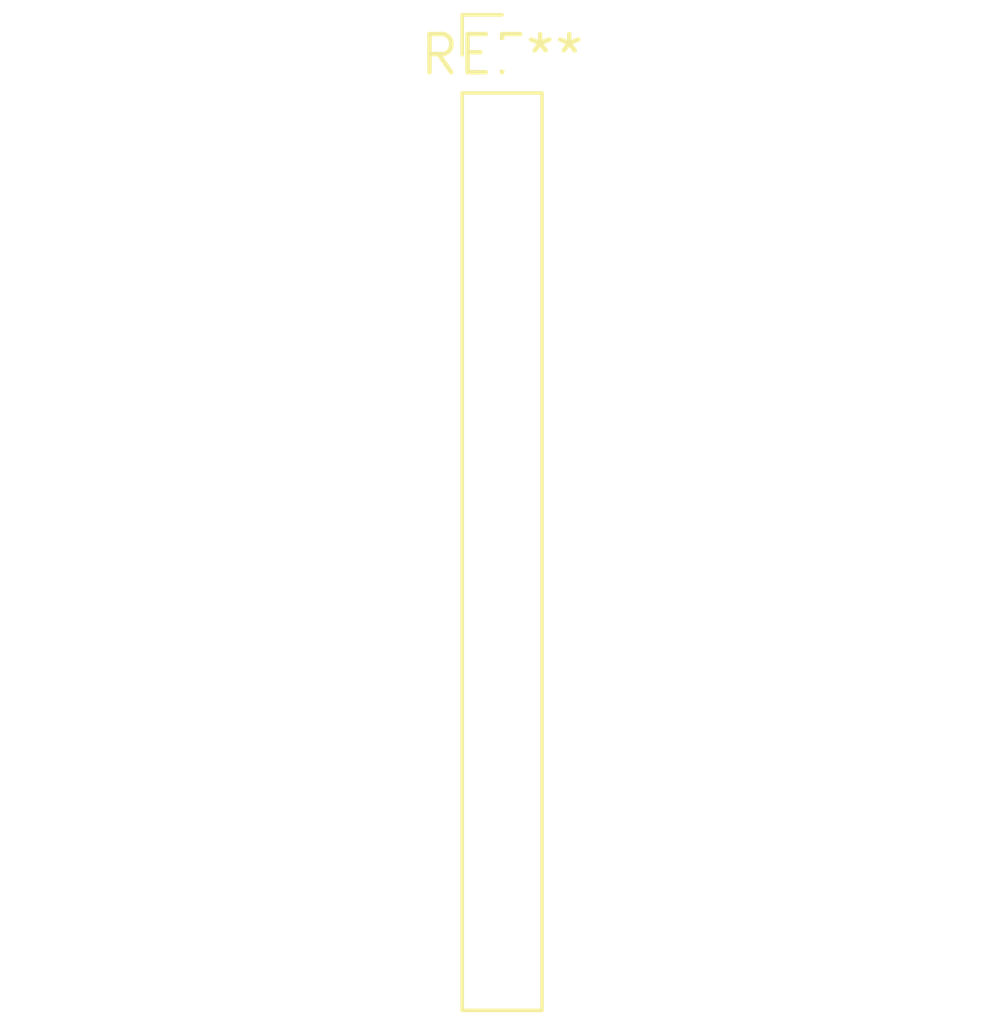
<source format=kicad_pcb>
(kicad_pcb (version 20240108) (generator pcbnew)
  (layers (0 "F.Cu" signal) (31 "B.Cu" signal) (34 "B.Paste" user) (35 "F.Paste" user) (36 "B.SilkS" user "B.Silkscreen") (37 "F.SilkS" user "F.Silkscreen") (38 "B.Mask" user) (39 "F.Mask" user) (44 "Edge.Cuts" user))
  (net 0 "")
  (footprint "PinHeader_1x13_P2.54mm_Vertical" (layer "F.Cu") (at 0 0)
    (property "Reference" "REF**")
    (property "Value" "PinHeader_1x13_P2.54mm_Vertical")
    (fp_line (start -1.33 -1.33) (end 0 -1.33) (layer "F.SilkS") (stroke (width 0.12)))
    (fp_line (start -1.33 0) (end -1.33 -1.33) (layer "F.SilkS") (stroke (width 0.12)))
    (fp_line (start -1.33 1.27) (end -1.33 31.81) (layer "F.SilkS") (stroke (width 0.12)))
    (fp_line (start -1.33 1.27) (end 1.33 1.27) (layer "F.SilkS") (stroke (width 0.12)))
    (fp_line (start -1.33 31.81) (end 1.33 31.81) (layer "F.SilkS") (stroke (width 0.12)))
    (fp_line (start 1.33 1.27) (end 1.33 31.81) (layer "F.SilkS") (stroke (width 0.12)))
    (pad "1" thru_hole rect (at 0 0) (size 1.7 1.7) (drill 1) (layers *.Cu *.Mask) (remove_unused_layers))
    (pad "2" thru_hole oval (at 0 2.54) (size 1.7 1.7) (drill 1) (layers *.Cu *.Mask) (remove_unused_layers))
    (pad "3" thru_hole oval (at 0 5.08) (size 1.7 1.7) (drill 1) (layers *.Cu *.Mask) (remove_unused_layers))
    (pad "4" thru_hole oval (at 0 7.62) (size 1.7 1.7) (drill 1) (layers *.Cu *.Mask) (remove_unused_layers))
    (pad "5" thru_hole oval (at 0 10.16) (size 1.7 1.7) (drill 1) (layers *.Cu *.Mask) (remove_unused_layers))
    (pad "6" thru_hole oval (at 0 12.7) (size 1.7 1.7) (drill 1) (layers *.Cu *.Mask) (remove_unused_layers))
    (pad "7" thru_hole oval (at 0 15.24) (size 1.7 1.7) (drill 1) (layers *.Cu *.Mask) (remove_unused_layers))
    (pad "8" thru_hole oval (at 0 17.78) (size 1.7 1.7) (drill 1) (layers *.Cu *.Mask) (remove_unused_layers))
    (pad "9" thru_hole oval (at 0 20.32) (size 1.7 1.7) (drill 1) (layers *.Cu *.Mask) (remove_unused_layers))
    (pad "10" thru_hole oval (at 0 22.86) (size 1.7 1.7) (drill 1) (layers *.Cu *.Mask) (remove_unused_layers))
    (pad "11" thru_hole oval (at 0 25.4) (size 1.7 1.7) (drill 1) (layers *.Cu *.Mask) (remove_unused_layers))
    (pad "12" thru_hole oval (at 0 27.94) (size 1.7 1.7) (drill 1) (layers *.Cu *.Mask) (remove_unused_layers))
    (pad "13" thru_hole oval (at 0 30.48) (size 1.7 1.7) (drill 1) (layers *.Cu *.Mask) (remove_unused_layers))
  )
)
</source>
